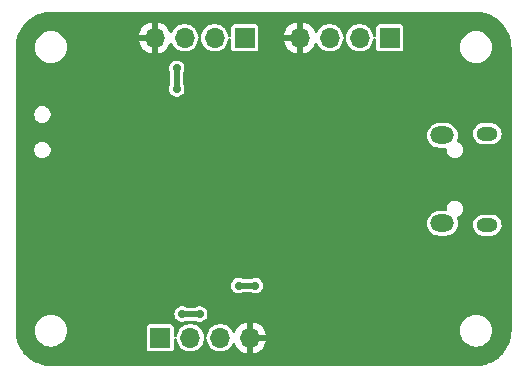
<source format=gbr>
%TF.GenerationSoftware,KiCad,Pcbnew,7.0.5-1.fc38*%
%TF.CreationDate,2023-06-26T00:30:19+03:00*%
%TF.ProjectId,stm32,73746d33-322e-46b6-9963-61645f706362,1.0*%
%TF.SameCoordinates,Original*%
%TF.FileFunction,Copper,L2,Bot*%
%TF.FilePolarity,Positive*%
%FSLAX46Y46*%
G04 Gerber Fmt 4.6, Leading zero omitted, Abs format (unit mm)*
G04 Created by KiCad (PCBNEW 7.0.5-1.fc38) date 2023-06-26 00:30:19*
%MOMM*%
%LPD*%
G01*
G04 APERTURE LIST*
%TA.AperFunction,ComponentPad*%
%ADD10R,1.700000X1.700000*%
%TD*%
%TA.AperFunction,ComponentPad*%
%ADD11O,1.700000X1.700000*%
%TD*%
%TA.AperFunction,ComponentPad*%
%ADD12O,2.000000X1.450000*%
%TD*%
%TA.AperFunction,ComponentPad*%
%ADD13O,1.800000X1.150000*%
%TD*%
%TA.AperFunction,ViaPad*%
%ADD14C,0.700000*%
%TD*%
%TA.AperFunction,Conductor*%
%ADD15C,0.500000*%
%TD*%
G04 APERTURE END LIST*
D10*
%TO.P,J4,1,Pin_1*%
%TO.N,+3.3V*%
X119860000Y-70800000D03*
D11*
%TO.P,J4,2,Pin_2*%
%TO.N,/I2C2_SCL*%
X122400000Y-70800000D03*
%TO.P,J4,3,Pin_3*%
%TO.N,/I2C2_SDA*%
X124940000Y-70800000D03*
%TO.P,J4,4,Pin_4*%
%TO.N,GND*%
X127480000Y-70800000D03*
%TD*%
D10*
%TO.P,J3,1,Pin_1*%
%TO.N,+3.3V*%
X127000000Y-45400000D03*
D11*
%TO.P,J3,2,Pin_2*%
%TO.N,/USART1_TX*%
X124460000Y-45400000D03*
%TO.P,J3,3,Pin_3*%
%TO.N,/USART1_RX*%
X121920000Y-45400000D03*
%TO.P,J3,4,Pin_4*%
%TO.N,GND*%
X119380000Y-45400000D03*
%TD*%
D10*
%TO.P,J2,1,Pin_1*%
%TO.N,+3.3V*%
X139280000Y-45400000D03*
D11*
%TO.P,J2,2,Pin_2*%
%TO.N,/SWDIO*%
X136740000Y-45400000D03*
%TO.P,J2,3,Pin_3*%
%TO.N,/SWCLK*%
X134200000Y-45400000D03*
%TO.P,J2,4,Pin_4*%
%TO.N,GND*%
X131660000Y-45400000D03*
%TD*%
D12*
%TO.P,J1,6,Shield*%
%TO.N,N/C*%
X143750000Y-61125000D03*
X143750000Y-53675000D03*
D13*
X147550000Y-61275000D03*
X147550000Y-53525000D03*
%TD*%
D14*
%TO.N,GND*%
X118600000Y-58200000D03*
X142200000Y-56200000D03*
%TO.N,+3.3V*%
X121250000Y-48000000D03*
X121250000Y-49750000D03*
%TO.N,GND*%
X116000000Y-55200000D03*
X132400000Y-56800000D03*
X144800000Y-63400000D03*
%TO.N,+3.3V*%
X123200000Y-68800000D03*
X121700500Y-68800000D03*
X126500500Y-66400000D03*
X127899500Y-66400000D03*
%TO.N,GND*%
X117800000Y-55200000D03*
X142200000Y-66200000D03*
X137600000Y-65800000D03*
X138600000Y-65800000D03*
X138200000Y-62000000D03*
X138200000Y-61000000D03*
X122800000Y-59600000D03*
X127800000Y-61400000D03*
X123800000Y-50000000D03*
X113000000Y-51200000D03*
X118400000Y-65400000D03*
X118400000Y-62200000D03*
X114400000Y-60200000D03*
X124400000Y-64800000D03*
X119600000Y-53800000D03*
%TD*%
D15*
%TO.N,+3.3V*%
X121250000Y-49750000D02*
X121250000Y-48000000D01*
X123200000Y-68800000D02*
X121700500Y-68800000D01*
X127899500Y-66400000D02*
X126500500Y-66400000D01*
%TD*%
%TA.AperFunction,Conductor*%
%TO.N,GND*%
G36*
X146601620Y-43200584D02*
G01*
X146733434Y-43207493D01*
X146917027Y-43217803D01*
X146923212Y-43218465D01*
X147075667Y-43242611D01*
X147238178Y-43270223D01*
X147243811Y-43271453D01*
X147396699Y-43312419D01*
X147498647Y-43341790D01*
X147551724Y-43357082D01*
X147556766Y-43358772D01*
X147705467Y-43415852D01*
X147706828Y-43416395D01*
X147854017Y-43477362D01*
X147858412Y-43479388D01*
X147933591Y-43517694D01*
X148000993Y-43552038D01*
X148002835Y-43553016D01*
X148069888Y-43590074D01*
X148141480Y-43629641D01*
X148145215Y-43631882D01*
X148279797Y-43719281D01*
X148281907Y-43720714D01*
X148352735Y-43770969D01*
X148410764Y-43812142D01*
X148413886Y-43814510D01*
X148538748Y-43915621D01*
X148541034Y-43917567D01*
X148658721Y-44022738D01*
X148661248Y-44025128D01*
X148774870Y-44138750D01*
X148777260Y-44141277D01*
X148882431Y-44258964D01*
X148884383Y-44261258D01*
X148968959Y-44365701D01*
X148985480Y-44386102D01*
X148987862Y-44389243D01*
X149079284Y-44518091D01*
X149080717Y-44520201D01*
X149121560Y-44583093D01*
X149168106Y-44654767D01*
X149170364Y-44658531D01*
X149246982Y-44797163D01*
X149247960Y-44799005D01*
X149320604Y-44941574D01*
X149322643Y-44945997D01*
X149383570Y-45093087D01*
X149384171Y-45094595D01*
X149441221Y-45243217D01*
X149442916Y-45248274D01*
X149487579Y-45403299D01*
X149528541Y-45556170D01*
X149529778Y-45561835D01*
X149557399Y-45724400D01*
X149581530Y-45876758D01*
X149582196Y-45882985D01*
X149592511Y-46066652D01*
X149599415Y-46198377D01*
X149599500Y-46201623D01*
X149599500Y-70198376D01*
X149599415Y-70201622D01*
X149592511Y-70333346D01*
X149582196Y-70517013D01*
X149581530Y-70523240D01*
X149557399Y-70675598D01*
X149529778Y-70838163D01*
X149528541Y-70843828D01*
X149487579Y-70996699D01*
X149442916Y-71151724D01*
X149441221Y-71156781D01*
X149384171Y-71305403D01*
X149383570Y-71306911D01*
X149322643Y-71454001D01*
X149320604Y-71458424D01*
X149247960Y-71600993D01*
X149246982Y-71602835D01*
X149170364Y-71741467D01*
X149168097Y-71745246D01*
X149080717Y-71879797D01*
X149079284Y-71881907D01*
X148987862Y-72010755D01*
X148985480Y-72013896D01*
X148884385Y-72138738D01*
X148882431Y-72141034D01*
X148777260Y-72258721D01*
X148774870Y-72261248D01*
X148661248Y-72374870D01*
X148658721Y-72377260D01*
X148541034Y-72482431D01*
X148538738Y-72484385D01*
X148413896Y-72585480D01*
X148410755Y-72587862D01*
X148281907Y-72679284D01*
X148279797Y-72680717D01*
X148145246Y-72768097D01*
X148141467Y-72770364D01*
X148002835Y-72846982D01*
X148000993Y-72847960D01*
X147858424Y-72920604D01*
X147854001Y-72922643D01*
X147706911Y-72983570D01*
X147705403Y-72984171D01*
X147556781Y-73041221D01*
X147551724Y-73042916D01*
X147396699Y-73087579D01*
X147243828Y-73128541D01*
X147238163Y-73129778D01*
X147075598Y-73157399D01*
X146923240Y-73181530D01*
X146917013Y-73182196D01*
X146733346Y-73192511D01*
X146601622Y-73199415D01*
X146598376Y-73199500D01*
X110601624Y-73199500D01*
X110598378Y-73199415D01*
X110466652Y-73192511D01*
X110282985Y-73182196D01*
X110276758Y-73181530D01*
X110124400Y-73157399D01*
X109961835Y-73129778D01*
X109956170Y-73128541D01*
X109803299Y-73087579D01*
X109648274Y-73042916D01*
X109643217Y-73041221D01*
X109494595Y-72984171D01*
X109493087Y-72983570D01*
X109345997Y-72922643D01*
X109341574Y-72920604D01*
X109199005Y-72847960D01*
X109197163Y-72846982D01*
X109058531Y-72770364D01*
X109054767Y-72768106D01*
X108980513Y-72719885D01*
X108920201Y-72680717D01*
X108918091Y-72679284D01*
X108789243Y-72587862D01*
X108786102Y-72585480D01*
X108661260Y-72484385D01*
X108658964Y-72482431D01*
X108541277Y-72377260D01*
X108538750Y-72374870D01*
X108425128Y-72261248D01*
X108422738Y-72258721D01*
X108317567Y-72141034D01*
X108315613Y-72138738D01*
X108276848Y-72090867D01*
X108214510Y-72013886D01*
X108212136Y-72010755D01*
X108120714Y-71881907D01*
X108119281Y-71879797D01*
X108031882Y-71745215D01*
X108029641Y-71741480D01*
X108003873Y-71694856D01*
X118709500Y-71694856D01*
X118709502Y-71694882D01*
X118712413Y-71719987D01*
X118712415Y-71719991D01*
X118757793Y-71822764D01*
X118757794Y-71822765D01*
X118837235Y-71902206D01*
X118940009Y-71947585D01*
X118965135Y-71950500D01*
X120754864Y-71950499D01*
X120754879Y-71950497D01*
X120754882Y-71950497D01*
X120779987Y-71947586D01*
X120779988Y-71947585D01*
X120779991Y-71947585D01*
X120882765Y-71902206D01*
X120962206Y-71822765D01*
X121007585Y-71719991D01*
X121010500Y-71694865D01*
X121010499Y-70956046D01*
X121030183Y-70889009D01*
X121082987Y-70843254D01*
X121152146Y-70833310D01*
X121215702Y-70862335D01*
X121253476Y-70921113D01*
X121257970Y-70944606D01*
X121264244Y-71012310D01*
X121322596Y-71217392D01*
X121322596Y-71217394D01*
X121417632Y-71408253D01*
X121546127Y-71578406D01*
X121546128Y-71578407D01*
X121703698Y-71722052D01*
X121884981Y-71834298D01*
X122083802Y-71911321D01*
X122293390Y-71950500D01*
X122293392Y-71950500D01*
X122506608Y-71950500D01*
X122506610Y-71950500D01*
X122716198Y-71911321D01*
X122915019Y-71834298D01*
X123096302Y-71722052D01*
X123253872Y-71578407D01*
X123382366Y-71408255D01*
X123436270Y-71300000D01*
X123477403Y-71217394D01*
X123477403Y-71217393D01*
X123477405Y-71217389D01*
X123535756Y-71012310D01*
X123546529Y-70896047D01*
X123572315Y-70831111D01*
X123614624Y-70800803D01*
X123723129Y-70800803D01*
X123759503Y-70821668D01*
X123791693Y-70883681D01*
X123793471Y-70896048D01*
X123804244Y-71012310D01*
X123862596Y-71217392D01*
X123862596Y-71217394D01*
X123957632Y-71408253D01*
X124086127Y-71578406D01*
X124086128Y-71578407D01*
X124243698Y-71722052D01*
X124424981Y-71834298D01*
X124623802Y-71911321D01*
X124833390Y-71950500D01*
X124833392Y-71950500D01*
X125046608Y-71950500D01*
X125046610Y-71950500D01*
X125256198Y-71911321D01*
X125455019Y-71834298D01*
X125636302Y-71722052D01*
X125793872Y-71578407D01*
X125922366Y-71408255D01*
X125989325Y-71273781D01*
X126036825Y-71222548D01*
X126104488Y-71205126D01*
X126170828Y-71227051D01*
X126212705Y-71276651D01*
X126306399Y-71477578D01*
X126441894Y-71671082D01*
X126608917Y-71838105D01*
X126802421Y-71973600D01*
X127016507Y-72073429D01*
X127016516Y-72073433D01*
X127230000Y-72130634D01*
X127230000Y-71235501D01*
X127337685Y-71284680D01*
X127444237Y-71300000D01*
X127515763Y-71300000D01*
X127622315Y-71284680D01*
X127730000Y-71235501D01*
X127730000Y-72130633D01*
X127943483Y-72073433D01*
X127943492Y-72073429D01*
X128157578Y-71973600D01*
X128351082Y-71838105D01*
X128518105Y-71671082D01*
X128653600Y-71477578D01*
X128753429Y-71263492D01*
X128753432Y-71263486D01*
X128810636Y-71050000D01*
X127913686Y-71050000D01*
X127939493Y-71009844D01*
X127980000Y-70871889D01*
X127980000Y-70728111D01*
X127939493Y-70590156D01*
X127913686Y-70550000D01*
X128810636Y-70550000D01*
X128810635Y-70549999D01*
X128753432Y-70336513D01*
X128753429Y-70336507D01*
X128689775Y-70200000D01*
X145244341Y-70200000D01*
X145264936Y-70435403D01*
X145264938Y-70435413D01*
X145326094Y-70663655D01*
X145326096Y-70663659D01*
X145326097Y-70663663D01*
X145371495Y-70761018D01*
X145425964Y-70877828D01*
X145425965Y-70877830D01*
X145561505Y-71071402D01*
X145728597Y-71238494D01*
X145922169Y-71374034D01*
X145922171Y-71374035D01*
X146136337Y-71473903D01*
X146364592Y-71535063D01*
X146541032Y-71550499D01*
X146541033Y-71550500D01*
X146541034Y-71550500D01*
X146658967Y-71550500D01*
X146658967Y-71550499D01*
X146835408Y-71535063D01*
X147063663Y-71473903D01*
X147277829Y-71374035D01*
X147471401Y-71238495D01*
X147638495Y-71071401D01*
X147774035Y-70877830D01*
X147873903Y-70663663D01*
X147935063Y-70435408D01*
X147955659Y-70200000D01*
X147935063Y-69964592D01*
X147873903Y-69736337D01*
X147774035Y-69522171D01*
X147774034Y-69522169D01*
X147638494Y-69328597D01*
X147471402Y-69161505D01*
X147277830Y-69025965D01*
X147277828Y-69025964D01*
X147170746Y-68976031D01*
X147063663Y-68926097D01*
X147063659Y-68926096D01*
X147063655Y-68926094D01*
X146835413Y-68864938D01*
X146835403Y-68864936D01*
X146658967Y-68849500D01*
X146658966Y-68849500D01*
X146541034Y-68849500D01*
X146541033Y-68849500D01*
X146364596Y-68864936D01*
X146364586Y-68864938D01*
X146136344Y-68926094D01*
X146136335Y-68926098D01*
X145922171Y-69025964D01*
X145922169Y-69025965D01*
X145728597Y-69161505D01*
X145561506Y-69328597D01*
X145561501Y-69328604D01*
X145425967Y-69522165D01*
X145425965Y-69522169D01*
X145326098Y-69736335D01*
X145326094Y-69736344D01*
X145264938Y-69964586D01*
X145264936Y-69964596D01*
X145244341Y-70199999D01*
X145244341Y-70200000D01*
X128689775Y-70200000D01*
X128653600Y-70122422D01*
X128653599Y-70122420D01*
X128518113Y-69928926D01*
X128518108Y-69928920D01*
X128351082Y-69761894D01*
X128157578Y-69626399D01*
X127943492Y-69526570D01*
X127943486Y-69526567D01*
X127730000Y-69469364D01*
X127730000Y-70364498D01*
X127622315Y-70315320D01*
X127515763Y-70300000D01*
X127444237Y-70300000D01*
X127337685Y-70315320D01*
X127230000Y-70364498D01*
X127230000Y-69469364D01*
X127229999Y-69469364D01*
X127016513Y-69526567D01*
X127016507Y-69526570D01*
X126802422Y-69626399D01*
X126802420Y-69626400D01*
X126608926Y-69761886D01*
X126608920Y-69761891D01*
X126441891Y-69928920D01*
X126441886Y-69928926D01*
X126306400Y-70122420D01*
X126306399Y-70122422D01*
X126212705Y-70323348D01*
X126166532Y-70375787D01*
X126099339Y-70394939D01*
X126032457Y-70374723D01*
X125989324Y-70326216D01*
X125922366Y-70191745D01*
X125793872Y-70021593D01*
X125636302Y-69877948D01*
X125455019Y-69765702D01*
X125455017Y-69765701D01*
X125355608Y-69727190D01*
X125256198Y-69688679D01*
X125046610Y-69649500D01*
X124833390Y-69649500D01*
X124623802Y-69688679D01*
X124623799Y-69688679D01*
X124623799Y-69688680D01*
X124424982Y-69765701D01*
X124424980Y-69765702D01*
X124243699Y-69877947D01*
X124086127Y-70021593D01*
X123957632Y-70191746D01*
X123862596Y-70382605D01*
X123862596Y-70382607D01*
X123804244Y-70587689D01*
X123793470Y-70703952D01*
X123767683Y-70768889D01*
X123723129Y-70800803D01*
X123614624Y-70800803D01*
X123616869Y-70799195D01*
X123580495Y-70778330D01*
X123548306Y-70716317D01*
X123546530Y-70703966D01*
X123535756Y-70587690D01*
X123477405Y-70382611D01*
X123477403Y-70382606D01*
X123477403Y-70382605D01*
X123382367Y-70191746D01*
X123253872Y-70021593D01*
X123096302Y-69877948D01*
X122915019Y-69765702D01*
X122915017Y-69765701D01*
X122815608Y-69727190D01*
X122716198Y-69688679D01*
X122506610Y-69649500D01*
X122293390Y-69649500D01*
X122083802Y-69688679D01*
X122083799Y-69688679D01*
X122083799Y-69688680D01*
X121884982Y-69765701D01*
X121884980Y-69765702D01*
X121703699Y-69877947D01*
X121546127Y-70021593D01*
X121417632Y-70191746D01*
X121322596Y-70382605D01*
X121322596Y-70382607D01*
X121264244Y-70587689D01*
X121257970Y-70655394D01*
X121232183Y-70720331D01*
X121175383Y-70761018D01*
X121105602Y-70764538D01*
X121044995Y-70729772D01*
X121012806Y-70667759D01*
X121010499Y-70643952D01*
X121010499Y-70300000D01*
X121010499Y-69905136D01*
X121010497Y-69905117D01*
X121007586Y-69880012D01*
X121007585Y-69880010D01*
X121007585Y-69880009D01*
X120962206Y-69777235D01*
X120882765Y-69697794D01*
X120862124Y-69688680D01*
X120779992Y-69652415D01*
X120754865Y-69649500D01*
X118965143Y-69649500D01*
X118965117Y-69649502D01*
X118940012Y-69652413D01*
X118940008Y-69652415D01*
X118837235Y-69697793D01*
X118757794Y-69777234D01*
X118712415Y-69880006D01*
X118712415Y-69880008D01*
X118709500Y-69905131D01*
X118709500Y-71694856D01*
X108003873Y-71694856D01*
X107990074Y-71669888D01*
X107953016Y-71602835D01*
X107952038Y-71600993D01*
X107889154Y-71477578D01*
X107879388Y-71458412D01*
X107877362Y-71454017D01*
X107816395Y-71306828D01*
X107815852Y-71305467D01*
X107758772Y-71156766D01*
X107757082Y-71151724D01*
X107716917Y-71012310D01*
X107712419Y-70996699D01*
X107671453Y-70843811D01*
X107670223Y-70838178D01*
X107642611Y-70675667D01*
X107618465Y-70523212D01*
X107617803Y-70517027D01*
X107607493Y-70333434D01*
X107600584Y-70201621D01*
X107600542Y-70200000D01*
X109244341Y-70200000D01*
X109264936Y-70435403D01*
X109264938Y-70435413D01*
X109326094Y-70663655D01*
X109326096Y-70663659D01*
X109326097Y-70663663D01*
X109371495Y-70761018D01*
X109425964Y-70877828D01*
X109425965Y-70877830D01*
X109561505Y-71071402D01*
X109728597Y-71238494D01*
X109922169Y-71374034D01*
X109922171Y-71374035D01*
X110136337Y-71473903D01*
X110364592Y-71535063D01*
X110541032Y-71550499D01*
X110541033Y-71550500D01*
X110541034Y-71550500D01*
X110658967Y-71550500D01*
X110658967Y-71550499D01*
X110835408Y-71535063D01*
X111063663Y-71473903D01*
X111277829Y-71374035D01*
X111471401Y-71238495D01*
X111638495Y-71071401D01*
X111774035Y-70877830D01*
X111873903Y-70663663D01*
X111935063Y-70435408D01*
X111955659Y-70200000D01*
X111935063Y-69964592D01*
X111873903Y-69736337D01*
X111774035Y-69522171D01*
X111774034Y-69522169D01*
X111638494Y-69328597D01*
X111471402Y-69161505D01*
X111277830Y-69025965D01*
X111277828Y-69025964D01*
X111170745Y-68976031D01*
X111063663Y-68926097D01*
X111063659Y-68926096D01*
X111063655Y-68926094D01*
X110835413Y-68864938D01*
X110835403Y-68864936D01*
X110658967Y-68849500D01*
X110658966Y-68849500D01*
X110541034Y-68849500D01*
X110541033Y-68849500D01*
X110364596Y-68864936D01*
X110364586Y-68864938D01*
X110136344Y-68926094D01*
X110136335Y-68926098D01*
X109922171Y-69025964D01*
X109922169Y-69025965D01*
X109728597Y-69161505D01*
X109561506Y-69328597D01*
X109561501Y-69328604D01*
X109425967Y-69522165D01*
X109425965Y-69522169D01*
X109326098Y-69736335D01*
X109326094Y-69736344D01*
X109264938Y-69964586D01*
X109264936Y-69964596D01*
X109244341Y-70199999D01*
X109244341Y-70200000D01*
X107600542Y-70200000D01*
X107600500Y-70198377D01*
X107600500Y-68800000D01*
X121045222Y-68800000D01*
X121064262Y-68956818D01*
X121120280Y-69104522D01*
X121120280Y-69104523D01*
X121210017Y-69234530D01*
X121328260Y-69339283D01*
X121328262Y-69339284D01*
X121468134Y-69412696D01*
X121621514Y-69450500D01*
X121621515Y-69450500D01*
X121779485Y-69450500D01*
X121932865Y-69412696D01*
X122024305Y-69364703D01*
X122081931Y-69350500D01*
X122818569Y-69350500D01*
X122876194Y-69364703D01*
X122967635Y-69412696D01*
X123044324Y-69431597D01*
X123121014Y-69450500D01*
X123121015Y-69450500D01*
X123278985Y-69450500D01*
X123432365Y-69412696D01*
X123432364Y-69412695D01*
X123572240Y-69339283D01*
X123690483Y-69234530D01*
X123780220Y-69104523D01*
X123836237Y-68956818D01*
X123855278Y-68800000D01*
X123836237Y-68643182D01*
X123780220Y-68495477D01*
X123690483Y-68365470D01*
X123572240Y-68260717D01*
X123572238Y-68260716D01*
X123572237Y-68260715D01*
X123432365Y-68187303D01*
X123278986Y-68149500D01*
X123278985Y-68149500D01*
X123121015Y-68149500D01*
X123121014Y-68149500D01*
X122967636Y-68187303D01*
X122921763Y-68211379D01*
X122876194Y-68235296D01*
X122818569Y-68249500D01*
X122081931Y-68249500D01*
X122024305Y-68235296D01*
X121932865Y-68187304D01*
X121932864Y-68187303D01*
X121932863Y-68187303D01*
X121779486Y-68149500D01*
X121779485Y-68149500D01*
X121621515Y-68149500D01*
X121621514Y-68149500D01*
X121468134Y-68187303D01*
X121328262Y-68260715D01*
X121210016Y-68365471D01*
X121120281Y-68495475D01*
X121120280Y-68495476D01*
X121064262Y-68643181D01*
X121045222Y-68799999D01*
X121045222Y-68800000D01*
X107600500Y-68800000D01*
X107600500Y-66400000D01*
X125845222Y-66400000D01*
X125864262Y-66556818D01*
X125920280Y-66704522D01*
X125920280Y-66704523D01*
X126010017Y-66834530D01*
X126128260Y-66939283D01*
X126128262Y-66939284D01*
X126268134Y-67012696D01*
X126421514Y-67050500D01*
X126421515Y-67050500D01*
X126579485Y-67050500D01*
X126732865Y-67012696D01*
X126824305Y-66964703D01*
X126881931Y-66950500D01*
X127518069Y-66950500D01*
X127575694Y-66964703D01*
X127667135Y-67012696D01*
X127743824Y-67031597D01*
X127820514Y-67050500D01*
X127820515Y-67050500D01*
X127978485Y-67050500D01*
X128131865Y-67012696D01*
X128131864Y-67012695D01*
X128271740Y-66939283D01*
X128389983Y-66834530D01*
X128479720Y-66704523D01*
X128535737Y-66556818D01*
X128554778Y-66400000D01*
X128535737Y-66243182D01*
X128479720Y-66095477D01*
X128389983Y-65965470D01*
X128271740Y-65860717D01*
X128271738Y-65860716D01*
X128271737Y-65860715D01*
X128131865Y-65787303D01*
X127978486Y-65749500D01*
X127978485Y-65749500D01*
X127820515Y-65749500D01*
X127820514Y-65749500D01*
X127667136Y-65787303D01*
X127621263Y-65811379D01*
X127575694Y-65835296D01*
X127518069Y-65849500D01*
X126881931Y-65849500D01*
X126824305Y-65835296D01*
X126732865Y-65787304D01*
X126732864Y-65787303D01*
X126732863Y-65787303D01*
X126579486Y-65749500D01*
X126579485Y-65749500D01*
X126421515Y-65749500D01*
X126421514Y-65749500D01*
X126268134Y-65787303D01*
X126128262Y-65860715D01*
X126010016Y-65965471D01*
X125920281Y-66095475D01*
X125920280Y-66095476D01*
X125864262Y-66243181D01*
X125845222Y-66399999D01*
X125845222Y-66400000D01*
X107600500Y-66400000D01*
X107600500Y-61125000D01*
X142444538Y-61125000D01*
X142464337Y-61326031D01*
X142522978Y-61519345D01*
X142618198Y-61697488D01*
X142618203Y-61697495D01*
X142746352Y-61853647D01*
X142855016Y-61942824D01*
X142902506Y-61981798D01*
X142902509Y-61981799D01*
X142902511Y-61981801D01*
X143080654Y-62077021D01*
X143080656Y-62077021D01*
X143080659Y-62077023D01*
X143273967Y-62135662D01*
X143424620Y-62150500D01*
X143424623Y-62150500D01*
X144075377Y-62150500D01*
X144075380Y-62150500D01*
X144226033Y-62135662D01*
X144419341Y-62077023D01*
X144597494Y-61981798D01*
X144753647Y-61853647D01*
X144881798Y-61697494D01*
X144977023Y-61519341D01*
X145035662Y-61326033D01*
X145045384Y-61227324D01*
X146345630Y-61227324D01*
X146355939Y-61417475D01*
X146384223Y-61519345D01*
X146406887Y-61600969D01*
X146406888Y-61600972D01*
X146496087Y-61769217D01*
X146496088Y-61769220D01*
X146619368Y-61914356D01*
X146619369Y-61914357D01*
X146770971Y-62029602D01*
X146770972Y-62029602D01*
X146770973Y-62029603D01*
X146770974Y-62029604D01*
X146873466Y-62077021D01*
X146943803Y-62109562D01*
X146943804Y-62109562D01*
X146943806Y-62109563D01*
X147000227Y-62121982D01*
X147129784Y-62150500D01*
X147129785Y-62150500D01*
X147922459Y-62150500D01*
X147922465Y-62150500D01*
X148064316Y-62135073D01*
X148244780Y-62074267D01*
X148407954Y-61976089D01*
X148546207Y-61845129D01*
X148653075Y-61687510D01*
X148653077Y-61687506D01*
X148723561Y-61510606D01*
X148723562Y-61510602D01*
X148754370Y-61322678D01*
X148744061Y-61132525D01*
X148693114Y-60949033D01*
X148603914Y-60780784D01*
X148603911Y-60780781D01*
X148603911Y-60780779D01*
X148480631Y-60635643D01*
X148420962Y-60590284D01*
X148329029Y-60520398D01*
X148329028Y-60520397D01*
X148329026Y-60520396D01*
X148329025Y-60520395D01*
X148156193Y-60440436D01*
X147970216Y-60399500D01*
X147177535Y-60399500D01*
X147177533Y-60399500D01*
X147035683Y-60414927D01*
X146855217Y-60475734D01*
X146692048Y-60573909D01*
X146553791Y-60704872D01*
X146446922Y-60862493D01*
X146376438Y-61039393D01*
X146345630Y-61227324D01*
X145045384Y-61227324D01*
X145055462Y-61125000D01*
X145035662Y-60923967D01*
X144977023Y-60730659D01*
X144977022Y-60730657D01*
X144974700Y-60725051D01*
X144967234Y-60655581D01*
X144998511Y-60593103D01*
X145045300Y-60561657D01*
X145050218Y-60559791D01*
X145050225Y-60559790D01*
X145084707Y-60541691D01*
X145091507Y-60538630D01*
X145127930Y-60524818D01*
X145159981Y-60502693D01*
X145166379Y-60498825D01*
X145200852Y-60480734D01*
X145230002Y-60454908D01*
X145235871Y-60450310D01*
X145267929Y-60428183D01*
X145293748Y-60399037D01*
X145299037Y-60393748D01*
X145328183Y-60367929D01*
X145350310Y-60335871D01*
X145354908Y-60330002D01*
X145380734Y-60300852D01*
X145398825Y-60266379D01*
X145402693Y-60259981D01*
X145424818Y-60227930D01*
X145438630Y-60191507D01*
X145441691Y-60184707D01*
X145459790Y-60150225D01*
X145469106Y-60112427D01*
X145471335Y-60105271D01*
X145485140Y-60068872D01*
X145489834Y-60030206D01*
X145491177Y-60022875D01*
X145500500Y-59985056D01*
X145500500Y-59946126D01*
X145500952Y-59938646D01*
X145505645Y-59900000D01*
X145500951Y-59861347D01*
X145500500Y-59853872D01*
X145500500Y-59814943D01*
X145491183Y-59777147D01*
X145489832Y-59769773D01*
X145485140Y-59731130D01*
X145485140Y-59731128D01*
X145471329Y-59694712D01*
X145469110Y-59687590D01*
X145459790Y-59649775D01*
X145441687Y-59615283D01*
X145438627Y-59608484D01*
X145424818Y-59572070D01*
X145402694Y-59540018D01*
X145398823Y-59533614D01*
X145380736Y-59499151D01*
X145380732Y-59499145D01*
X145366150Y-59482685D01*
X145354916Y-59470005D01*
X145350299Y-59464111D01*
X145328185Y-59432073D01*
X145328183Y-59432071D01*
X145299037Y-59406250D01*
X145293743Y-59400955D01*
X145267933Y-59371821D01*
X145267930Y-59371819D01*
X145267929Y-59371817D01*
X145267925Y-59371814D01*
X145235882Y-59349695D01*
X145229986Y-59345075D01*
X145200851Y-59319265D01*
X145200848Y-59319263D01*
X145166387Y-59301177D01*
X145159974Y-59297300D01*
X145127933Y-59275183D01*
X145127931Y-59275182D01*
X145091524Y-59261374D01*
X145084693Y-59258299D01*
X145050226Y-59240210D01*
X145050221Y-59240209D01*
X145048601Y-59239809D01*
X145012424Y-59230892D01*
X145005276Y-59228665D01*
X144968876Y-59214861D01*
X144968869Y-59214859D01*
X144930223Y-59210166D01*
X144922855Y-59208816D01*
X144885058Y-59199500D01*
X144885056Y-59199500D01*
X144714944Y-59199500D01*
X144704363Y-59202107D01*
X144677143Y-59208816D01*
X144669776Y-59210166D01*
X144631126Y-59214860D01*
X144594725Y-59228664D01*
X144587576Y-59230891D01*
X144549775Y-59240210D01*
X144549770Y-59240212D01*
X144515296Y-59258303D01*
X144508467Y-59261377D01*
X144472071Y-59275180D01*
X144472069Y-59275181D01*
X144440027Y-59297299D01*
X144433617Y-59301174D01*
X144399149Y-59319265D01*
X144370005Y-59345082D01*
X144364110Y-59349700D01*
X144332072Y-59371815D01*
X144332071Y-59371816D01*
X144306253Y-59400957D01*
X144300957Y-59406253D01*
X144271816Y-59432071D01*
X144271815Y-59432072D01*
X144249700Y-59464110D01*
X144245082Y-59470005D01*
X144219265Y-59499149D01*
X144201174Y-59533617D01*
X144197299Y-59540027D01*
X144175181Y-59572069D01*
X144175180Y-59572071D01*
X144161377Y-59608467D01*
X144158303Y-59615296D01*
X144140212Y-59649770D01*
X144140210Y-59649775D01*
X144130891Y-59687576D01*
X144128664Y-59694725D01*
X144114860Y-59731126D01*
X144110166Y-59769776D01*
X144108816Y-59777143D01*
X144099500Y-59814945D01*
X144099500Y-59853872D01*
X144099048Y-59861351D01*
X144094355Y-59899999D01*
X144099048Y-59938646D01*
X144099500Y-59946126D01*
X144099500Y-59975500D01*
X144079815Y-60042539D01*
X144027011Y-60088294D01*
X143975500Y-60099500D01*
X143424620Y-60099500D01*
X143387433Y-60103162D01*
X143273968Y-60114337D01*
X143080654Y-60172978D01*
X142902511Y-60268198D01*
X142902504Y-60268203D01*
X142746352Y-60396352D01*
X142618203Y-60552504D01*
X142618198Y-60552511D01*
X142522978Y-60730654D01*
X142464337Y-60923968D01*
X142444538Y-61125000D01*
X107600500Y-61125000D01*
X107600500Y-54985056D01*
X109169500Y-54985056D01*
X109178816Y-55022852D01*
X109210210Y-55150226D01*
X109289263Y-55300849D01*
X109289265Y-55300851D01*
X109289266Y-55300852D01*
X109402071Y-55428183D01*
X109478201Y-55480732D01*
X109542068Y-55524817D01*
X109542069Y-55524817D01*
X109542070Y-55524818D01*
X109701128Y-55585140D01*
X109777028Y-55594356D01*
X109827626Y-55600500D01*
X109827628Y-55600500D01*
X109912374Y-55600500D01*
X109954538Y-55595380D01*
X110038872Y-55585140D01*
X110197930Y-55524818D01*
X110337929Y-55428183D01*
X110450734Y-55300852D01*
X110450737Y-55300848D01*
X110509954Y-55188018D01*
X110529790Y-55150225D01*
X110570500Y-54985056D01*
X110570500Y-54814944D01*
X110529790Y-54649775D01*
X110472191Y-54540030D01*
X110450736Y-54499150D01*
X110424920Y-54470010D01*
X110337929Y-54371817D01*
X110288177Y-54337475D01*
X110197931Y-54275182D01*
X110038874Y-54214860D01*
X110038868Y-54214859D01*
X109912374Y-54199500D01*
X109912372Y-54199500D01*
X109827628Y-54199500D01*
X109827626Y-54199500D01*
X109701131Y-54214859D01*
X109701125Y-54214860D01*
X109542068Y-54275182D01*
X109402075Y-54371814D01*
X109402071Y-54371817D01*
X109392484Y-54382638D01*
X109289263Y-54499150D01*
X109210210Y-54649773D01*
X109179841Y-54772989D01*
X109169500Y-54814944D01*
X109169500Y-54985056D01*
X107600500Y-54985056D01*
X107600500Y-53675000D01*
X142444538Y-53675000D01*
X142464337Y-53876031D01*
X142522978Y-54069345D01*
X142618198Y-54247488D01*
X142618201Y-54247492D01*
X142618202Y-54247494D01*
X142628502Y-54260045D01*
X142746352Y-54403647D01*
X142780990Y-54432073D01*
X142902506Y-54531798D01*
X142902509Y-54531799D01*
X142902511Y-54531801D01*
X143080654Y-54627021D01*
X143080656Y-54627021D01*
X143080659Y-54627023D01*
X143273967Y-54685662D01*
X143424620Y-54700500D01*
X143424623Y-54700500D01*
X143975500Y-54700500D01*
X144042539Y-54720185D01*
X144088294Y-54772989D01*
X144099500Y-54824500D01*
X144099500Y-54853872D01*
X144099048Y-54861351D01*
X144094355Y-54899999D01*
X144099048Y-54938646D01*
X144099500Y-54946126D01*
X144099500Y-54985058D01*
X144108816Y-55022855D01*
X144110166Y-55030223D01*
X144114859Y-55068869D01*
X144114861Y-55068876D01*
X144128665Y-55105276D01*
X144130894Y-55112429D01*
X144140209Y-55150221D01*
X144140210Y-55150226D01*
X144158299Y-55184693D01*
X144161374Y-55191524D01*
X144175182Y-55227931D01*
X144175183Y-55227933D01*
X144197300Y-55259974D01*
X144201177Y-55266387D01*
X144219263Y-55300848D01*
X144219265Y-55300851D01*
X144245075Y-55329986D01*
X144249695Y-55335882D01*
X144249701Y-55335890D01*
X144271816Y-55367928D01*
X144271821Y-55367933D01*
X144300955Y-55393743D01*
X144306250Y-55399037D01*
X144332069Y-55428181D01*
X144332073Y-55428185D01*
X144364111Y-55450299D01*
X144370005Y-55454916D01*
X144382685Y-55466150D01*
X144399145Y-55480732D01*
X144399151Y-55480736D01*
X144433614Y-55498823D01*
X144440018Y-55502694D01*
X144472070Y-55524818D01*
X144508484Y-55538627D01*
X144515283Y-55541687D01*
X144549775Y-55559790D01*
X144549777Y-55559790D01*
X144549778Y-55559791D01*
X144556914Y-55561549D01*
X144587590Y-55569110D01*
X144594712Y-55571329D01*
X144631128Y-55585140D01*
X144650572Y-55587500D01*
X144669773Y-55589832D01*
X144677140Y-55591181D01*
X144701369Y-55597153D01*
X144714943Y-55600500D01*
X144714944Y-55600500D01*
X144885058Y-55600500D01*
X144894590Y-55598149D01*
X144922875Y-55591177D01*
X144930206Y-55589834D01*
X144968872Y-55585140D01*
X145005277Y-55571333D01*
X145012427Y-55569106D01*
X145023744Y-55566316D01*
X145050225Y-55559790D01*
X145084707Y-55541691D01*
X145091507Y-55538630D01*
X145127930Y-55524818D01*
X145159981Y-55502693D01*
X145166379Y-55498825D01*
X145200852Y-55480734D01*
X145230002Y-55454908D01*
X145235871Y-55450310D01*
X145267929Y-55428183D01*
X145293748Y-55399037D01*
X145299037Y-55393748D01*
X145328183Y-55367929D01*
X145350310Y-55335871D01*
X145354908Y-55330002D01*
X145380734Y-55300852D01*
X145398825Y-55266379D01*
X145402693Y-55259981D01*
X145424818Y-55227930D01*
X145438630Y-55191507D01*
X145441691Y-55184707D01*
X145459790Y-55150225D01*
X145466316Y-55123744D01*
X145469106Y-55112427D01*
X145471333Y-55105277D01*
X145485140Y-55068872D01*
X145489834Y-55030206D01*
X145491177Y-55022875D01*
X145500500Y-54985056D01*
X145500500Y-54946126D01*
X145500952Y-54938646D01*
X145505645Y-54900000D01*
X145500951Y-54861347D01*
X145500500Y-54853872D01*
X145500500Y-54814943D01*
X145491183Y-54777147D01*
X145489832Y-54769773D01*
X145485140Y-54731130D01*
X145485140Y-54731128D01*
X145471329Y-54694712D01*
X145469110Y-54687590D01*
X145459790Y-54649775D01*
X145441687Y-54615283D01*
X145438627Y-54608484D01*
X145424818Y-54572070D01*
X145402694Y-54540018D01*
X145398823Y-54533614D01*
X145380736Y-54499151D01*
X145380732Y-54499145D01*
X145366150Y-54482685D01*
X145354916Y-54470005D01*
X145350299Y-54464111D01*
X145328185Y-54432073D01*
X145328183Y-54432071D01*
X145299037Y-54406250D01*
X145293743Y-54400955D01*
X145267933Y-54371821D01*
X145267930Y-54371819D01*
X145267929Y-54371817D01*
X145250177Y-54359563D01*
X145235882Y-54349695D01*
X145229986Y-54345075D01*
X145200851Y-54319265D01*
X145200848Y-54319263D01*
X145166387Y-54301177D01*
X145159974Y-54297300D01*
X145127933Y-54275183D01*
X145127931Y-54275182D01*
X145091524Y-54261374D01*
X145084693Y-54258299D01*
X145050220Y-54240207D01*
X145045288Y-54238337D01*
X144989587Y-54196158D01*
X144965532Y-54130559D01*
X144974702Y-54074945D01*
X144977020Y-54069347D01*
X144977021Y-54069345D01*
X144977023Y-54069341D01*
X145035662Y-53876033D01*
X145055462Y-53675000D01*
X145035993Y-53477324D01*
X146345630Y-53477324D01*
X146355939Y-53667476D01*
X146406887Y-53850969D01*
X146406888Y-53850972D01*
X146496087Y-54019217D01*
X146496088Y-54019220D01*
X146619368Y-54164356D01*
X146619369Y-54164357D01*
X146770971Y-54279602D01*
X146770972Y-54279602D01*
X146770973Y-54279603D01*
X146770974Y-54279604D01*
X146876758Y-54328543D01*
X146943803Y-54359562D01*
X146943804Y-54359562D01*
X146943806Y-54359563D01*
X146999464Y-54371814D01*
X147129784Y-54400500D01*
X147129785Y-54400500D01*
X147922459Y-54400500D01*
X147922465Y-54400500D01*
X148064316Y-54385073D01*
X148244780Y-54324267D01*
X148407954Y-54226089D01*
X148546207Y-54095129D01*
X148653075Y-53937510D01*
X148677571Y-53876031D01*
X148723561Y-53760606D01*
X148737595Y-53675000D01*
X148754370Y-53572678D01*
X148744061Y-53382525D01*
X148693114Y-53199033D01*
X148603914Y-53030784D01*
X148603911Y-53030781D01*
X148603911Y-53030779D01*
X148480631Y-52885643D01*
X148329026Y-52770396D01*
X148329025Y-52770395D01*
X148156193Y-52690436D01*
X147970216Y-52649500D01*
X147177535Y-52649500D01*
X147177533Y-52649500D01*
X147035683Y-52664927D01*
X146855217Y-52725734D01*
X146692048Y-52823909D01*
X146553791Y-52954872D01*
X146446922Y-53112493D01*
X146376438Y-53289393D01*
X146345630Y-53477324D01*
X145035993Y-53477324D01*
X145035662Y-53473967D01*
X144977023Y-53280659D01*
X144977021Y-53280656D01*
X144977021Y-53280654D01*
X144881801Y-53102511D01*
X144881799Y-53102509D01*
X144881798Y-53102506D01*
X144842824Y-53055016D01*
X144753647Y-52946352D01*
X144597495Y-52818203D01*
X144597488Y-52818198D01*
X144419345Y-52722978D01*
X144226031Y-52664337D01*
X144115900Y-52653490D01*
X144075380Y-52649500D01*
X143424620Y-52649500D01*
X143387433Y-52653162D01*
X143273968Y-52664337D01*
X143080654Y-52722978D01*
X142902511Y-52818198D01*
X142902504Y-52818203D01*
X142746352Y-52946352D01*
X142618203Y-53102504D01*
X142618198Y-53102511D01*
X142522978Y-53280654D01*
X142464337Y-53473968D01*
X142444538Y-53675000D01*
X107600500Y-53675000D01*
X107600500Y-51985055D01*
X109169500Y-51985055D01*
X109210210Y-52150226D01*
X109289263Y-52300849D01*
X109289266Y-52300852D01*
X109402071Y-52428183D01*
X109492318Y-52490476D01*
X109542068Y-52524817D01*
X109542069Y-52524817D01*
X109542070Y-52524818D01*
X109701128Y-52585140D01*
X109777028Y-52594356D01*
X109827626Y-52600500D01*
X109827628Y-52600500D01*
X109912374Y-52600500D01*
X109954538Y-52595380D01*
X110038872Y-52585140D01*
X110197930Y-52524818D01*
X110337929Y-52428183D01*
X110450734Y-52300852D01*
X110529790Y-52150225D01*
X110570500Y-51985056D01*
X110570500Y-51814944D01*
X110529790Y-51649775D01*
X110529789Y-51649773D01*
X110450736Y-51499150D01*
X110431560Y-51477505D01*
X110337929Y-51371817D01*
X110288177Y-51337475D01*
X110197931Y-51275182D01*
X110038874Y-51214860D01*
X110038868Y-51214859D01*
X109912374Y-51199500D01*
X109912372Y-51199500D01*
X109827628Y-51199500D01*
X109827626Y-51199500D01*
X109701131Y-51214859D01*
X109701125Y-51214860D01*
X109542068Y-51275182D01*
X109402072Y-51371816D01*
X109289263Y-51499150D01*
X109210210Y-51649773D01*
X109169500Y-51814944D01*
X109169500Y-51985055D01*
X107600500Y-51985055D01*
X107600500Y-49750000D01*
X120594721Y-49750000D01*
X120613762Y-49906818D01*
X120669780Y-50054523D01*
X120759517Y-50184530D01*
X120877760Y-50289283D01*
X120877762Y-50289284D01*
X121017634Y-50362696D01*
X121171014Y-50400500D01*
X121171015Y-50400500D01*
X121328985Y-50400500D01*
X121482365Y-50362696D01*
X121482365Y-50362695D01*
X121622240Y-50289283D01*
X121740483Y-50184530D01*
X121830220Y-50054523D01*
X121886237Y-49906818D01*
X121905278Y-49750000D01*
X121886237Y-49593182D01*
X121830220Y-49445477D01*
X121822448Y-49434217D01*
X121800567Y-49367862D01*
X121800500Y-49363780D01*
X121800500Y-48386219D01*
X121820185Y-48319180D01*
X121822434Y-48315802D01*
X121830220Y-48304523D01*
X121886237Y-48156818D01*
X121905278Y-48000000D01*
X121886237Y-47843182D01*
X121830220Y-47695477D01*
X121740483Y-47565470D01*
X121622240Y-47460717D01*
X121622238Y-47460716D01*
X121622237Y-47460715D01*
X121482365Y-47387303D01*
X121328986Y-47349500D01*
X121328985Y-47349500D01*
X121171015Y-47349500D01*
X121171014Y-47349500D01*
X121017634Y-47387303D01*
X120877762Y-47460715D01*
X120759516Y-47565471D01*
X120669781Y-47695475D01*
X120669780Y-47695476D01*
X120613762Y-47843181D01*
X120594721Y-47999999D01*
X120594721Y-48000000D01*
X120613762Y-48156818D01*
X120669780Y-48304522D01*
X120669780Y-48304523D01*
X120677548Y-48315777D01*
X120699433Y-48382130D01*
X120699500Y-48386219D01*
X120699500Y-49363780D01*
X120679815Y-49430819D01*
X120677552Y-49434217D01*
X120669780Y-49445476D01*
X120613762Y-49593181D01*
X120594721Y-49749999D01*
X120594721Y-49750000D01*
X107600500Y-49750000D01*
X107600500Y-46201622D01*
X107600542Y-46200000D01*
X109244341Y-46200000D01*
X109264936Y-46435403D01*
X109264938Y-46435413D01*
X109326094Y-46663655D01*
X109326096Y-46663659D01*
X109326097Y-46663663D01*
X109376031Y-46770745D01*
X109425964Y-46877828D01*
X109425965Y-46877830D01*
X109561505Y-47071402D01*
X109728597Y-47238494D01*
X109922169Y-47374034D01*
X109922171Y-47374035D01*
X110136337Y-47473903D01*
X110364592Y-47535063D01*
X110541032Y-47550499D01*
X110541033Y-47550500D01*
X110541034Y-47550500D01*
X110658967Y-47550500D01*
X110658967Y-47550499D01*
X110835408Y-47535063D01*
X111063663Y-47473903D01*
X111277829Y-47374035D01*
X111471401Y-47238495D01*
X111638495Y-47071401D01*
X111774035Y-46877830D01*
X111873903Y-46663663D01*
X111935063Y-46435408D01*
X111955659Y-46200000D01*
X111935063Y-45964592D01*
X111873903Y-45736337D01*
X111833643Y-45650000D01*
X118049364Y-45650000D01*
X118106567Y-45863486D01*
X118106570Y-45863492D01*
X118206399Y-46077578D01*
X118341894Y-46271082D01*
X118508917Y-46438105D01*
X118702421Y-46573600D01*
X118916507Y-46673429D01*
X118916516Y-46673433D01*
X119130000Y-46730634D01*
X119130000Y-45835501D01*
X119237685Y-45884680D01*
X119344237Y-45900000D01*
X119415763Y-45900000D01*
X119522315Y-45884680D01*
X119630000Y-45835501D01*
X119630000Y-46730633D01*
X119843483Y-46673433D01*
X119843492Y-46673429D01*
X120057578Y-46573600D01*
X120251082Y-46438105D01*
X120418105Y-46271082D01*
X120553600Y-46077578D01*
X120647294Y-45876651D01*
X120693466Y-45824212D01*
X120760660Y-45805060D01*
X120827541Y-45825276D01*
X120870676Y-45873785D01*
X120937632Y-46008253D01*
X121066127Y-46178406D01*
X121066128Y-46178407D01*
X121223698Y-46322052D01*
X121404981Y-46434298D01*
X121603802Y-46511321D01*
X121813390Y-46550500D01*
X121813392Y-46550500D01*
X122026608Y-46550500D01*
X122026610Y-46550500D01*
X122236198Y-46511321D01*
X122435019Y-46434298D01*
X122616302Y-46322052D01*
X122773872Y-46178407D01*
X122902366Y-46008255D01*
X122963009Y-45886467D01*
X122997403Y-45817394D01*
X122997403Y-45817393D01*
X122997405Y-45817389D01*
X123055756Y-45612310D01*
X123066529Y-45496045D01*
X123092313Y-45431112D01*
X123134621Y-45400804D01*
X123243129Y-45400804D01*
X123279501Y-45421667D01*
X123311692Y-45483680D01*
X123313470Y-45496047D01*
X123324244Y-45612310D01*
X123382596Y-45817392D01*
X123382596Y-45817394D01*
X123477632Y-46008253D01*
X123606127Y-46178406D01*
X123606128Y-46178407D01*
X123763698Y-46322052D01*
X123944981Y-46434298D01*
X124143802Y-46511321D01*
X124353390Y-46550500D01*
X124353392Y-46550500D01*
X124566608Y-46550500D01*
X124566610Y-46550500D01*
X124776198Y-46511321D01*
X124975019Y-46434298D01*
X125156302Y-46322052D01*
X125313872Y-46178407D01*
X125442366Y-46008255D01*
X125503009Y-45886467D01*
X125537403Y-45817394D01*
X125537403Y-45817393D01*
X125537405Y-45817389D01*
X125595756Y-45612310D01*
X125602029Y-45544605D01*
X125627814Y-45479669D01*
X125684614Y-45438981D01*
X125754395Y-45435461D01*
X125815002Y-45470225D01*
X125847193Y-45532238D01*
X125849500Y-45556047D01*
X125849500Y-46294856D01*
X125849502Y-46294882D01*
X125852413Y-46319987D01*
X125852415Y-46319991D01*
X125897793Y-46422764D01*
X125897794Y-46422765D01*
X125977235Y-46502206D01*
X126080009Y-46547585D01*
X126105135Y-46550500D01*
X127894864Y-46550499D01*
X127894879Y-46550497D01*
X127894882Y-46550497D01*
X127919987Y-46547586D01*
X127919988Y-46547585D01*
X127919991Y-46547585D01*
X128022765Y-46502206D01*
X128102206Y-46422765D01*
X128147585Y-46319991D01*
X128150500Y-46294865D01*
X128150500Y-45650000D01*
X130329364Y-45650000D01*
X130386567Y-45863486D01*
X130386570Y-45863492D01*
X130486399Y-46077578D01*
X130621894Y-46271082D01*
X130788917Y-46438105D01*
X130982421Y-46573600D01*
X131196507Y-46673429D01*
X131196516Y-46673433D01*
X131410000Y-46730634D01*
X131410000Y-45835501D01*
X131517685Y-45884680D01*
X131624237Y-45900000D01*
X131695763Y-45900000D01*
X131802315Y-45884680D01*
X131910000Y-45835501D01*
X131910000Y-46730633D01*
X132123483Y-46673433D01*
X132123492Y-46673429D01*
X132337578Y-46573600D01*
X132531082Y-46438105D01*
X132698105Y-46271082D01*
X132833600Y-46077578D01*
X132927294Y-45876651D01*
X132973466Y-45824212D01*
X133040660Y-45805060D01*
X133107541Y-45825276D01*
X133150676Y-45873785D01*
X133217632Y-46008253D01*
X133346127Y-46178406D01*
X133346128Y-46178407D01*
X133503698Y-46322052D01*
X133684981Y-46434298D01*
X133883802Y-46511321D01*
X134093390Y-46550500D01*
X134093392Y-46550500D01*
X134306608Y-46550500D01*
X134306610Y-46550500D01*
X134516198Y-46511321D01*
X134715019Y-46434298D01*
X134896302Y-46322052D01*
X135053872Y-46178407D01*
X135182366Y-46008255D01*
X135243009Y-45886467D01*
X135277403Y-45817394D01*
X135277403Y-45817393D01*
X135277405Y-45817389D01*
X135335756Y-45612310D01*
X135346529Y-45496047D01*
X135372315Y-45431111D01*
X135414622Y-45400804D01*
X135523130Y-45400804D01*
X135559503Y-45421668D01*
X135591693Y-45483681D01*
X135593470Y-45496047D01*
X135595892Y-45522171D01*
X135604244Y-45612310D01*
X135662596Y-45817392D01*
X135662596Y-45817394D01*
X135757632Y-46008253D01*
X135886127Y-46178406D01*
X135886128Y-46178407D01*
X136043698Y-46322052D01*
X136224981Y-46434298D01*
X136423802Y-46511321D01*
X136633390Y-46550500D01*
X136633392Y-46550500D01*
X136846608Y-46550500D01*
X136846610Y-46550500D01*
X137056198Y-46511321D01*
X137255019Y-46434298D01*
X137436302Y-46322052D01*
X137593872Y-46178407D01*
X137722366Y-46008255D01*
X137783009Y-45886467D01*
X137817403Y-45817394D01*
X137817403Y-45817393D01*
X137817405Y-45817389D01*
X137875756Y-45612310D01*
X137882029Y-45544605D01*
X137907814Y-45479669D01*
X137964614Y-45438981D01*
X138034395Y-45435461D01*
X138095002Y-45470225D01*
X138127193Y-45532238D01*
X138129500Y-45556047D01*
X138129500Y-46294856D01*
X138129502Y-46294882D01*
X138132413Y-46319987D01*
X138132415Y-46319991D01*
X138177793Y-46422764D01*
X138177793Y-46422765D01*
X138177794Y-46422765D01*
X138257235Y-46502206D01*
X138360009Y-46547585D01*
X138385135Y-46550500D01*
X140174864Y-46550499D01*
X140174879Y-46550497D01*
X140174882Y-46550497D01*
X140199987Y-46547586D01*
X140199988Y-46547585D01*
X140199991Y-46547585D01*
X140302765Y-46502206D01*
X140382206Y-46422765D01*
X140427585Y-46319991D01*
X140430500Y-46294865D01*
X140430500Y-46200000D01*
X145244341Y-46200000D01*
X145264936Y-46435403D01*
X145264938Y-46435413D01*
X145326094Y-46663655D01*
X145326096Y-46663659D01*
X145326097Y-46663663D01*
X145376030Y-46770746D01*
X145425964Y-46877828D01*
X145425965Y-46877830D01*
X145561505Y-47071402D01*
X145728597Y-47238494D01*
X145922169Y-47374034D01*
X145922171Y-47374035D01*
X146136337Y-47473903D01*
X146364592Y-47535063D01*
X146541032Y-47550499D01*
X146541033Y-47550500D01*
X146541034Y-47550500D01*
X146658967Y-47550500D01*
X146658967Y-47550499D01*
X146835408Y-47535063D01*
X147063663Y-47473903D01*
X147277829Y-47374035D01*
X147471401Y-47238495D01*
X147638495Y-47071401D01*
X147774035Y-46877830D01*
X147873903Y-46663663D01*
X147935063Y-46435408D01*
X147955659Y-46200000D01*
X147935063Y-45964592D01*
X147873903Y-45736337D01*
X147774035Y-45522171D01*
X147774034Y-45522169D01*
X147638494Y-45328597D01*
X147471402Y-45161505D01*
X147277830Y-45025965D01*
X147277828Y-45025964D01*
X147106263Y-44945962D01*
X147063663Y-44926097D01*
X147063659Y-44926096D01*
X147063655Y-44926094D01*
X146835413Y-44864938D01*
X146835403Y-44864936D01*
X146658967Y-44849500D01*
X146658966Y-44849500D01*
X146541034Y-44849500D01*
X146541033Y-44849500D01*
X146364596Y-44864936D01*
X146364586Y-44864938D01*
X146136344Y-44926094D01*
X146136335Y-44926098D01*
X145922171Y-45025964D01*
X145922169Y-45025965D01*
X145728597Y-45161505D01*
X145561506Y-45328597D01*
X145561501Y-45328604D01*
X145425967Y-45522165D01*
X145425965Y-45522169D01*
X145326098Y-45736335D01*
X145326094Y-45736344D01*
X145264938Y-45964586D01*
X145264936Y-45964596D01*
X145244341Y-46199999D01*
X145244341Y-46200000D01*
X140430500Y-46200000D01*
X140430499Y-44505136D01*
X140430497Y-44505117D01*
X140427586Y-44480012D01*
X140427585Y-44480010D01*
X140427585Y-44480009D01*
X140382206Y-44377235D01*
X140302765Y-44297794D01*
X140282124Y-44288680D01*
X140199992Y-44252415D01*
X140174865Y-44249500D01*
X138385143Y-44249500D01*
X138385117Y-44249502D01*
X138360012Y-44252413D01*
X138360008Y-44252415D01*
X138257235Y-44297793D01*
X138177794Y-44377234D01*
X138132415Y-44480006D01*
X138132415Y-44480008D01*
X138129500Y-44505131D01*
X138129500Y-45243951D01*
X138109815Y-45310990D01*
X138057011Y-45356745D01*
X137987853Y-45366689D01*
X137924297Y-45337664D01*
X137886523Y-45278886D01*
X137882029Y-45255391D01*
X137875756Y-45187689D01*
X137848877Y-45093221D01*
X137817405Y-44982611D01*
X137817403Y-44982606D01*
X137817403Y-44982605D01*
X137722367Y-44791746D01*
X137593872Y-44621593D01*
X137530222Y-44563568D01*
X137436302Y-44477948D01*
X137255019Y-44365702D01*
X137255017Y-44365701D01*
X137108996Y-44309133D01*
X137056198Y-44288679D01*
X136846610Y-44249500D01*
X136633390Y-44249500D01*
X136423802Y-44288679D01*
X136423799Y-44288679D01*
X136423799Y-44288680D01*
X136224982Y-44365701D01*
X136224980Y-44365702D01*
X136043699Y-44477947D01*
X135886127Y-44621593D01*
X135757632Y-44791746D01*
X135662596Y-44982605D01*
X135662596Y-44982607D01*
X135604244Y-45187689D01*
X135593471Y-45303951D01*
X135567685Y-45368888D01*
X135523130Y-45400804D01*
X135414622Y-45400804D01*
X135416869Y-45399194D01*
X135380497Y-45378331D01*
X135348307Y-45316318D01*
X135346529Y-45303951D01*
X135344206Y-45278886D01*
X135335756Y-45187690D01*
X135277405Y-44982611D01*
X135277403Y-44982606D01*
X135277403Y-44982605D01*
X135182367Y-44791746D01*
X135053872Y-44621593D01*
X134990222Y-44563568D01*
X134896302Y-44477948D01*
X134715019Y-44365702D01*
X134715017Y-44365701D01*
X134568996Y-44309133D01*
X134516198Y-44288679D01*
X134306610Y-44249500D01*
X134093390Y-44249500D01*
X133883802Y-44288679D01*
X133883799Y-44288679D01*
X133883799Y-44288680D01*
X133684982Y-44365701D01*
X133684980Y-44365702D01*
X133503699Y-44477947D01*
X133346127Y-44621593D01*
X133217634Y-44791744D01*
X133150676Y-44926215D01*
X133103173Y-44977452D01*
X133035510Y-44994873D01*
X132969170Y-44972947D01*
X132927294Y-44923348D01*
X132833600Y-44722422D01*
X132833599Y-44722420D01*
X132698113Y-44528926D01*
X132698108Y-44528920D01*
X132531082Y-44361894D01*
X132337578Y-44226399D01*
X132123492Y-44126570D01*
X132123486Y-44126567D01*
X131910000Y-44069364D01*
X131910000Y-44964498D01*
X131802315Y-44915320D01*
X131695763Y-44900000D01*
X131624237Y-44900000D01*
X131517685Y-44915320D01*
X131410000Y-44964498D01*
X131410000Y-44069364D01*
X131409999Y-44069364D01*
X131196513Y-44126567D01*
X131196507Y-44126570D01*
X130982422Y-44226399D01*
X130982420Y-44226400D01*
X130788926Y-44361886D01*
X130788920Y-44361891D01*
X130621891Y-44528920D01*
X130621886Y-44528926D01*
X130486400Y-44722420D01*
X130486399Y-44722422D01*
X130386570Y-44936507D01*
X130386567Y-44936513D01*
X130329364Y-45149999D01*
X130329364Y-45150000D01*
X131226314Y-45150000D01*
X131200507Y-45190156D01*
X131160000Y-45328111D01*
X131160000Y-45471889D01*
X131200507Y-45609844D01*
X131226314Y-45650000D01*
X130329364Y-45650000D01*
X128150500Y-45650000D01*
X128150499Y-44505136D01*
X128150497Y-44505117D01*
X128147586Y-44480012D01*
X128147585Y-44480010D01*
X128147585Y-44480009D01*
X128102206Y-44377235D01*
X128022765Y-44297794D01*
X128002124Y-44288680D01*
X127919992Y-44252415D01*
X127894865Y-44249500D01*
X126105143Y-44249500D01*
X126105117Y-44249502D01*
X126080012Y-44252413D01*
X126080008Y-44252415D01*
X125977235Y-44297793D01*
X125897794Y-44377234D01*
X125852415Y-44480006D01*
X125852415Y-44480008D01*
X125849500Y-44505131D01*
X125849500Y-45243951D01*
X125829815Y-45310990D01*
X125777011Y-45356745D01*
X125707853Y-45366689D01*
X125644297Y-45337664D01*
X125606523Y-45278886D01*
X125602029Y-45255391D01*
X125595756Y-45187689D01*
X125568877Y-45093221D01*
X125537405Y-44982611D01*
X125537403Y-44982606D01*
X125537403Y-44982605D01*
X125442367Y-44791746D01*
X125313872Y-44621593D01*
X125250222Y-44563568D01*
X125156302Y-44477948D01*
X124975019Y-44365702D01*
X124975017Y-44365701D01*
X124828996Y-44309133D01*
X124776198Y-44288679D01*
X124566610Y-44249500D01*
X124353390Y-44249500D01*
X124143802Y-44288679D01*
X124143799Y-44288679D01*
X124143799Y-44288680D01*
X123944982Y-44365701D01*
X123944980Y-44365702D01*
X123763699Y-44477947D01*
X123606127Y-44621593D01*
X123477632Y-44791746D01*
X123382596Y-44982605D01*
X123382596Y-44982607D01*
X123324244Y-45187689D01*
X123313471Y-45303951D01*
X123287685Y-45368888D01*
X123243129Y-45400804D01*
X123134621Y-45400804D01*
X123136868Y-45399194D01*
X123100497Y-45378331D01*
X123068307Y-45316318D01*
X123066529Y-45303951D01*
X123064206Y-45278886D01*
X123055756Y-45187690D01*
X122997405Y-44982611D01*
X122997403Y-44982606D01*
X122997403Y-44982605D01*
X122902367Y-44791746D01*
X122773872Y-44621593D01*
X122710222Y-44563568D01*
X122616302Y-44477948D01*
X122435019Y-44365702D01*
X122435017Y-44365701D01*
X122288996Y-44309133D01*
X122236198Y-44288679D01*
X122026610Y-44249500D01*
X121813390Y-44249500D01*
X121603802Y-44288679D01*
X121603799Y-44288679D01*
X121603799Y-44288680D01*
X121404982Y-44365701D01*
X121404980Y-44365702D01*
X121223699Y-44477947D01*
X121066127Y-44621593D01*
X120937634Y-44791744D01*
X120870676Y-44926215D01*
X120823173Y-44977452D01*
X120755510Y-44994873D01*
X120689170Y-44972947D01*
X120647294Y-44923348D01*
X120553600Y-44722422D01*
X120553599Y-44722420D01*
X120418113Y-44528926D01*
X120418108Y-44528920D01*
X120251082Y-44361894D01*
X120057578Y-44226399D01*
X119843492Y-44126570D01*
X119843486Y-44126567D01*
X119630000Y-44069364D01*
X119630000Y-44964498D01*
X119522315Y-44915320D01*
X119415763Y-44900000D01*
X119344237Y-44900000D01*
X119237685Y-44915320D01*
X119130000Y-44964498D01*
X119130000Y-44069364D01*
X119129999Y-44069364D01*
X118916513Y-44126567D01*
X118916507Y-44126570D01*
X118702422Y-44226399D01*
X118702420Y-44226400D01*
X118508926Y-44361886D01*
X118508920Y-44361891D01*
X118341891Y-44528920D01*
X118341886Y-44528926D01*
X118206400Y-44722420D01*
X118206399Y-44722422D01*
X118106570Y-44936507D01*
X118106567Y-44936513D01*
X118049364Y-45149999D01*
X118049364Y-45150000D01*
X118946314Y-45150000D01*
X118920507Y-45190156D01*
X118880000Y-45328111D01*
X118880000Y-45471889D01*
X118920507Y-45609844D01*
X118946314Y-45650000D01*
X118049364Y-45650000D01*
X111833643Y-45650000D01*
X111774035Y-45522171D01*
X111774034Y-45522169D01*
X111638494Y-45328597D01*
X111471402Y-45161505D01*
X111277830Y-45025965D01*
X111277828Y-45025964D01*
X111106263Y-44945962D01*
X111063663Y-44926097D01*
X111063659Y-44926096D01*
X111063655Y-44926094D01*
X110835413Y-44864938D01*
X110835403Y-44864936D01*
X110658967Y-44849500D01*
X110658966Y-44849500D01*
X110541034Y-44849500D01*
X110541033Y-44849500D01*
X110364596Y-44864936D01*
X110364586Y-44864938D01*
X110136344Y-44926094D01*
X110136335Y-44926098D01*
X109922171Y-45025964D01*
X109922169Y-45025965D01*
X109728597Y-45161505D01*
X109561506Y-45328597D01*
X109561501Y-45328604D01*
X109425967Y-45522165D01*
X109425965Y-45522169D01*
X109326098Y-45736335D01*
X109326094Y-45736344D01*
X109264938Y-45964586D01*
X109264936Y-45964596D01*
X109244341Y-46199999D01*
X109244341Y-46200000D01*
X107600542Y-46200000D01*
X107600585Y-46198377D01*
X107607493Y-46066567D01*
X107617803Y-45882970D01*
X107618465Y-45876787D01*
X107642619Y-45724281D01*
X107670224Y-45561812D01*
X107671451Y-45556196D01*
X107712430Y-45403260D01*
X107757083Y-45248268D01*
X107758766Y-45243247D01*
X107815874Y-45094474D01*
X107816374Y-45093221D01*
X107877370Y-44945962D01*
X107879378Y-44941606D01*
X107952051Y-44798980D01*
X107953003Y-44797187D01*
X108029655Y-44658494D01*
X108031867Y-44654808D01*
X108119311Y-44520156D01*
X108120694Y-44518119D01*
X108212164Y-44389204D01*
X108214486Y-44386143D01*
X108315655Y-44261209D01*
X108317537Y-44258998D01*
X108422773Y-44141239D01*
X108425092Y-44138787D01*
X108538787Y-44025092D01*
X108541239Y-44022773D01*
X108658998Y-43917537D01*
X108661209Y-43915655D01*
X108786143Y-43814486D01*
X108789204Y-43812164D01*
X108918119Y-43720694D01*
X108920156Y-43719311D01*
X109054808Y-43631867D01*
X109058494Y-43629655D01*
X109197187Y-43553003D01*
X109198980Y-43552051D01*
X109341606Y-43479378D01*
X109345962Y-43477370D01*
X109493221Y-43416374D01*
X109494474Y-43415874D01*
X109643247Y-43358766D01*
X109648268Y-43357083D01*
X109803260Y-43312430D01*
X109956196Y-43271451D01*
X109961812Y-43270224D01*
X110124281Y-43242619D01*
X110276791Y-43218464D01*
X110282968Y-43217803D01*
X110466421Y-43207500D01*
X110598379Y-43200584D01*
X110601622Y-43200500D01*
X146598378Y-43200500D01*
X146601620Y-43200584D01*
G37*
%TD.AperFunction*%
%TD*%
M02*

</source>
